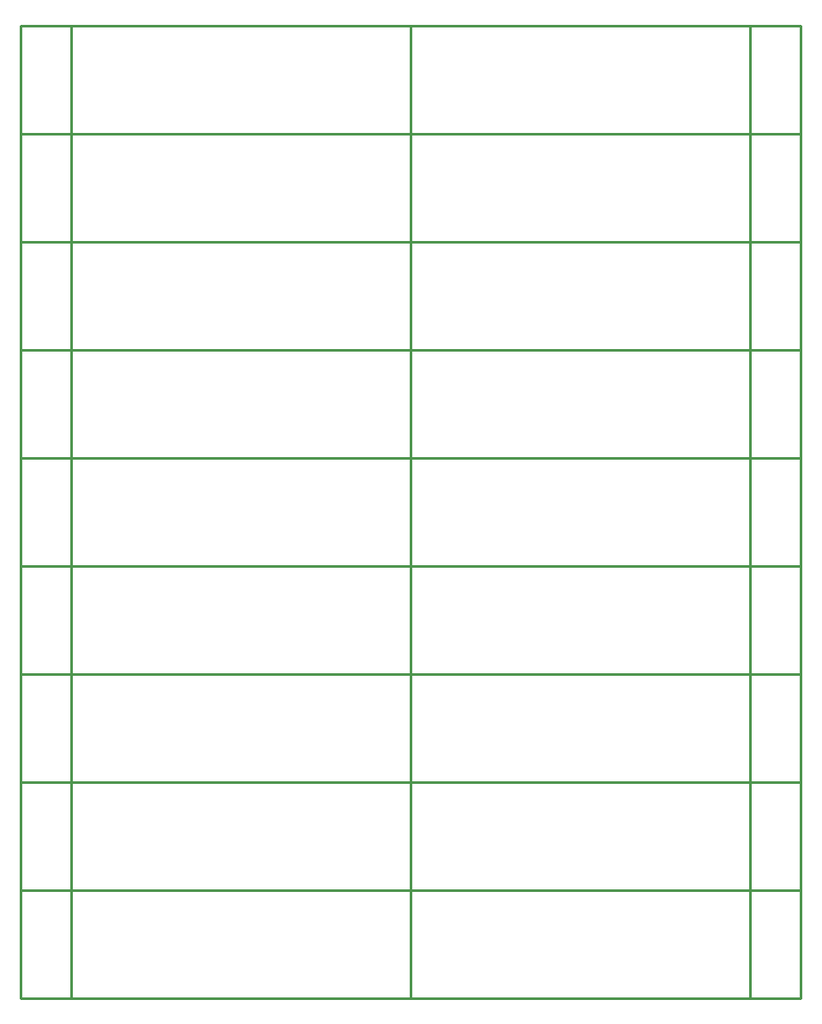
<source format=gko>
G04 #@! TF.FileFunction,Profile,NP*
%FSLAX46Y46*%
G04 Gerber Fmt 4.6, Leading zero omitted, Abs format (unit mm)*
G04 Created by KiCad (PCBNEW 4.0.6-e0-6349~53~ubuntu16.04.1) date Sun Jun 25 16:08:35 2017*
%MOMM*%
%LPD*%
G01*
G04 APERTURE LIST*
%ADD10C,0.100000*%
%ADD11C,0.254000*%
G04 APERTURE END LIST*
D10*
D11*
X-5000000Y-96012000D02*
X72056000Y-96012000D01*
X-5000000Y-85344000D02*
X72056000Y-85344000D01*
X-5000000Y-74676000D02*
X72056000Y-74676000D01*
X-5000000Y-64008000D02*
X72056000Y-64008000D01*
X-5000000Y-53340000D02*
X72056000Y-53340000D01*
X-5000000Y-42672000D02*
X72056000Y-42672000D01*
X-5000000Y-32004000D02*
X72056000Y-32004000D01*
X-5000000Y-21336000D02*
X72056000Y-21336000D01*
X-5000000Y-10668000D02*
X72056000Y-10668000D01*
X-5000000Y0D02*
X72056000Y0D01*
X72056000Y0D02*
X72056000Y-96012000D01*
X67056000Y0D02*
X67056000Y-96012000D01*
X33528000Y0D02*
X33528000Y-96012000D01*
X0Y0D02*
X0Y-96012000D01*
X-5000000Y0D02*
X-5000000Y-96012000D01*
M02*

</source>
